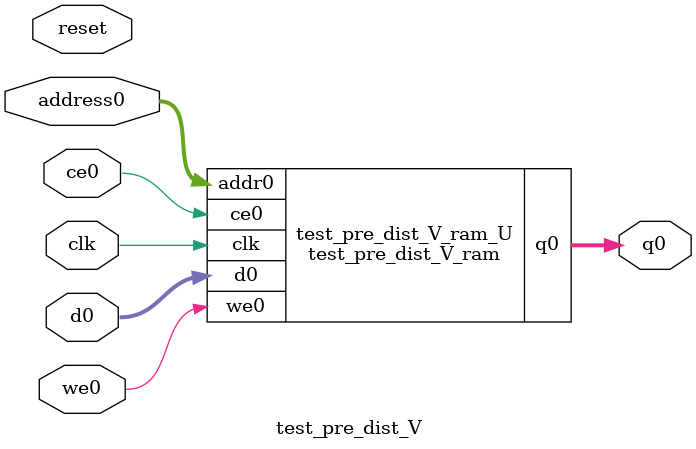
<source format=v>
`timescale 1 ns / 1 ps
module test_pre_dist_V_ram (addr0, ce0, d0, we0, q0,  clk);

parameter DWIDTH = 32;
parameter AWIDTH = 8;
parameter MEM_SIZE = 156;

input[AWIDTH-1:0] addr0;
input ce0;
input[DWIDTH-1:0] d0;
input we0;
output reg[DWIDTH-1:0] q0;
input clk;

(* ram_style = "block" *)reg [DWIDTH-1:0] ram[0:MEM_SIZE-1];




always @(posedge clk)  
begin 
    if (ce0) begin
        if (we0) 
            ram[addr0] <= d0; 
        q0 <= ram[addr0];
    end
end


endmodule

`timescale 1 ns / 1 ps
module test_pre_dist_V(
    reset,
    clk,
    address0,
    ce0,
    we0,
    d0,
    q0);

parameter DataWidth = 32'd32;
parameter AddressRange = 32'd156;
parameter AddressWidth = 32'd8;
input reset;
input clk;
input[AddressWidth - 1:0] address0;
input ce0;
input we0;
input[DataWidth - 1:0] d0;
output[DataWidth - 1:0] q0;



test_pre_dist_V_ram test_pre_dist_V_ram_U(
    .clk( clk ),
    .addr0( address0 ),
    .ce0( ce0 ),
    .we0( we0 ),
    .d0( d0 ),
    .q0( q0 ));

endmodule


</source>
